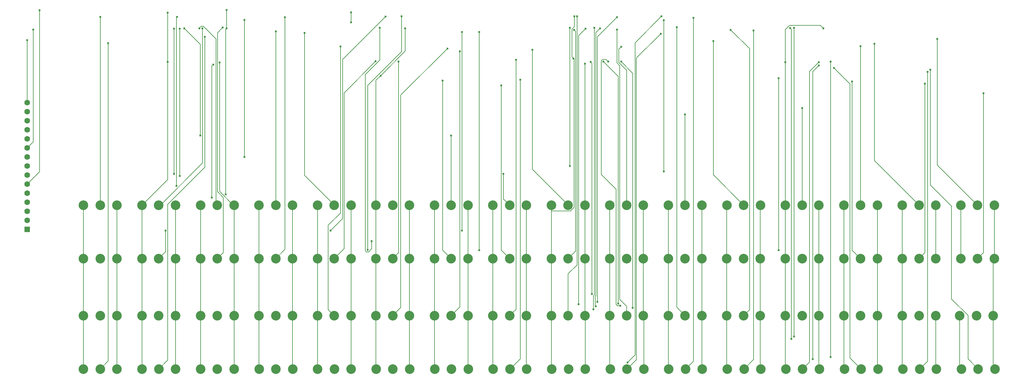
<source format=gbr>
%TF.GenerationSoftware,KiCad,Pcbnew,9.0.0*%
%TF.CreationDate,2025-03-18T21:00:28+01:00*%
%TF.ProjectId,to_ROMRAM_using_SWRegisters,746f5f52-4f4d-4524-914d-5f7573696e67,rev?*%
%TF.SameCoordinates,Original*%
%TF.FileFunction,Copper,L2,Bot*%
%TF.FilePolarity,Positive*%
%FSLAX46Y46*%
G04 Gerber Fmt 4.6, Leading zero omitted, Abs format (unit mm)*
G04 Created by KiCad (PCBNEW 9.0.0) date 2025-03-18 21:00:28*
%MOMM*%
%LPD*%
G01*
G04 APERTURE LIST*
%TA.AperFunction,ComponentPad*%
%ADD10C,2.700000*%
%TD*%
%TA.AperFunction,ComponentPad*%
%ADD11R,1.600000X1.600000*%
%TD*%
%TA.AperFunction,ComponentPad*%
%ADD12C,1.600000*%
%TD*%
%TA.AperFunction,ViaPad*%
%ADD13C,0.600000*%
%TD*%
%TA.AperFunction,Conductor*%
%ADD14C,0.200000*%
%TD*%
G04 APERTURE END LIST*
D10*
%TO.P,v_dg0_a40,1,A*%
%TO.N,Net-(J1-Pin_1)*%
X165696900Y-147500000D03*
%TO.P,v_dg0_a40,2,B*%
%TO.N,Net-(U5-IN2)*%
X170396900Y-147500000D03*
%TO.P,v_dg0_a40,3,C*%
%TO.N,Net-(J1-Pin_2)*%
X175096900Y-147500000D03*
%TD*%
%TO.P,v_dg0_a29,1,A*%
%TO.N,Net-(J1-Pin_1)*%
X247632400Y-131500000D03*
%TO.P,v_dg0_a29,2,B*%
%TO.N,Net-(U4-IN12)*%
X252332400Y-131500000D03*
%TO.P,v_dg0_a29,3,C*%
%TO.N,Net-(J1-Pin_2)*%
X257032400Y-131500000D03*
%TD*%
%TO.P,v_dg0_a11,1,A*%
%TO.N,Net-(J1-Pin_1)*%
X214863100Y-116500000D03*
%TO.P,v_dg0_a11,2,B*%
%TO.N,Net-(U3-IN15)*%
X219563100Y-116500000D03*
%TO.P,v_dg0_a11,3,C*%
%TO.N,Net-(J1-Pin_2)*%
X224263100Y-116500000D03*
%TD*%
%TO.P,v_dg0_a7,1,A*%
%TO.N,Net-(J1-Pin_1)*%
X149312900Y-116500000D03*
%TO.P,v_dg0_a7,2,B*%
%TO.N,Net-(U3-IN8)*%
X154012900Y-116500000D03*
%TO.P,v_dg0_a7,3,C*%
%TO.N,Net-(J1-Pin_2)*%
X158712900Y-116500000D03*
%TD*%
%TO.P,v_dg0_a21,1,A*%
%TO.N,Net-(J1-Pin_1)*%
X116535600Y-131500000D03*
%TO.P,v_dg0_a21,2,B*%
%TO.N,Net-(U4-IN11)*%
X121235600Y-131500000D03*
%TO.P,v_dg0_a21,3,C*%
%TO.N,Net-(J1-Pin_2)*%
X125935600Y-131500000D03*
%TD*%
%TO.P,v_dg0_a8,1,A*%
%TO.N,Net-(J1-Pin_1)*%
X165700400Y-116500000D03*
%TO.P,v_dg0_a8,2,B*%
%TO.N,Net-(U3-IN9)*%
X170400400Y-116500000D03*
%TO.P,v_dg0_a8,3,C*%
%TO.N,Net-(J1-Pin_2)*%
X175100400Y-116500000D03*
%TD*%
%TO.P,v_dg0_a10,1,A*%
%TO.N,Net-(J1-Pin_1)*%
X198475600Y-116500000D03*
%TO.P,v_dg0_a10,2,B*%
%TO.N,Net-(U3-IN13)*%
X203175600Y-116500000D03*
%TO.P,v_dg0_a10,3,C*%
%TO.N,Net-(J1-Pin_2)*%
X207875600Y-116500000D03*
%TD*%
%TO.P,v_dg0_a48,1,A*%
%TO.N,Net-(J1-Pin_1)*%
X34600000Y-162500000D03*
%TO.P,v_dg0_a48,2,B*%
%TO.N,Net-(U6-IN1)*%
X39300000Y-162500000D03*
%TO.P,v_dg0_a48,3,C*%
%TO.N,Net-(J1-Pin_2)*%
X44000000Y-162500000D03*
%TD*%
%TO.P,v_dg0_a61,1,A*%
%TO.N,Net-(J1-Pin_1)*%
X247800000Y-162500000D03*
%TO.P,v_dg0_a61,2,B*%
%TO.N,Net-(U6-IN12)*%
X252500000Y-162500000D03*
%TO.P,v_dg0_a61,3,C*%
%TO.N,Net-(J1-Pin_2)*%
X257200000Y-162500000D03*
%TD*%
%TO.P,v_dg0_a39,1,A*%
%TO.N,Net-(J1-Pin_1)*%
X149309800Y-147500000D03*
%TO.P,v_dg0_a39,2,B*%
%TO.N,Net-(U5-IN15)*%
X154009800Y-147500000D03*
%TO.P,v_dg0_a39,3,C*%
%TO.N,Net-(J1-Pin_2)*%
X158709800Y-147500000D03*
%TD*%
%TO.P,v_dg0_a14,1,A*%
%TO.N,Net-(J1-Pin_1)*%
X264025800Y-116500000D03*
%TO.P,v_dg0_a14,2,B*%
%TO.N,Net-(U3-IN14)*%
X268725800Y-116500000D03*
%TO.P,v_dg0_a14,3,C*%
%TO.N,Net-(J1-Pin_2)*%
X273425800Y-116500000D03*
%TD*%
%TO.P,v_dg0_a20,1,A*%
%TO.N,Net-(J1-Pin_1)*%
X100148400Y-131500000D03*
%TO.P,v_dg0_a20,2,B*%
%TO.N,Net-(U4-IN9)*%
X104848400Y-131500000D03*
%TO.P,v_dg0_a20,3,C*%
%TO.N,Net-(J1-Pin_2)*%
X109548400Y-131500000D03*
%TD*%
%TO.P,v_dg0_a46,1,A*%
%TO.N,Net-(J1-Pin_1)*%
X264019600Y-147500000D03*
%TO.P,v_dg0_a46,2,B*%
%TO.N,Net-(U5-IN14)*%
X268719600Y-147500000D03*
%TO.P,v_dg0_a46,3,C*%
%TO.N,Net-(J1-Pin_2)*%
X273419600Y-147500000D03*
%TD*%
%TO.P,v_dg0_a42,1,A*%
%TO.N,Net-(J1-Pin_1)*%
X198471100Y-147500000D03*
%TO.P,v_dg0_a42,2,B*%
%TO.N,Net-(U5-IN6)*%
X203171100Y-147500000D03*
%TO.P,v_dg0_a42,3,C*%
%TO.N,Net-(J1-Pin_2)*%
X207871100Y-147500000D03*
%TD*%
%TO.P,v_dg0_a27,1,A*%
%TO.N,Net-(J1-Pin_1)*%
X214858200Y-131500000D03*
%TO.P,v_dg0_a27,2,B*%
%TO.N,Net-(U4-IN8)*%
X219558200Y-131500000D03*
%TO.P,v_dg0_a27,3,C*%
%TO.N,Net-(J1-Pin_2)*%
X224258200Y-131500000D03*
%TD*%
%TO.P,v_dg0_a26,1,A*%
%TO.N,Net-(J1-Pin_1)*%
X198471100Y-131500000D03*
%TO.P,v_dg0_a26,2,B*%
%TO.N,Net-(U4-IN6)*%
X203171100Y-131500000D03*
%TO.P,v_dg0_a26,3,C*%
%TO.N,Net-(J1-Pin_2)*%
X207871100Y-131500000D03*
%TD*%
%TO.P,v_dg0_a41,1,A*%
%TO.N,Net-(J1-Pin_1)*%
X182084000Y-147500000D03*
%TO.P,v_dg0_a41,2,B*%
%TO.N,Net-(U5-IN4)*%
X186784000Y-147500000D03*
%TO.P,v_dg0_a41,3,C*%
%TO.N,Net-(J1-Pin_2)*%
X191484000Y-147500000D03*
%TD*%
%TO.P,v_dg0_a13,1,A*%
%TO.N,Net-(J1-Pin_1)*%
X247638200Y-116500000D03*
%TO.P,v_dg0_a13,2,B*%
%TO.N,Net-(U3-IN12)*%
X252338200Y-116500000D03*
%TO.P,v_dg0_a13,3,C*%
%TO.N,Net-(J1-Pin_2)*%
X257038200Y-116500000D03*
%TD*%
%TO.P,v_dg0_a25,1,A*%
%TO.N,Net-(J1-Pin_1)*%
X182084000Y-131500000D03*
%TO.P,v_dg0_a25,2,B*%
%TO.N,Net-(U4-IN4)*%
X186784000Y-131500000D03*
%TO.P,v_dg0_a25,3,C*%
%TO.N,Net-(J1-Pin_2)*%
X191484000Y-131500000D03*
%TD*%
%TO.P,v_dg0_a36,1,A*%
%TO.N,Net-(J1-Pin_1)*%
X100148400Y-147500000D03*
%TO.P,v_dg0_a36,2,B*%
%TO.N,Net-(U5-IN9)*%
X104848400Y-147500000D03*
%TO.P,v_dg0_a36,3,C*%
%TO.N,Net-(J1-Pin_2)*%
X109548400Y-147500000D03*
%TD*%
%TO.P,v_dg0_a28,1,A*%
%TO.N,Net-(J1-Pin_1)*%
X231245300Y-131500000D03*
%TO.P,v_dg0_a28,2,B*%
%TO.N,Net-(U4-IN10)*%
X235945300Y-131500000D03*
%TO.P,v_dg0_a28,3,C*%
%TO.N,Net-(J1-Pin_2)*%
X240645300Y-131500000D03*
%TD*%
%TO.P,v_dg0_a60,1,A*%
%TO.N,Net-(J1-Pin_1)*%
X231400000Y-162500000D03*
%TO.P,v_dg0_a60,2,B*%
%TO.N,Net-(U6-IN10)*%
X236100000Y-162500000D03*
%TO.P,v_dg0_a60,3,C*%
%TO.N,Net-(J1-Pin_2)*%
X240800000Y-162500000D03*
%TD*%
%TO.P,v_dg0_a24,1,A*%
%TO.N,Net-(J1-Pin_1)*%
X165696900Y-131500000D03*
%TO.P,v_dg0_a24,2,B*%
%TO.N,Net-(U4-IN2)*%
X170396900Y-131500000D03*
%TO.P,v_dg0_a24,3,C*%
%TO.N,Net-(J1-Pin_2)*%
X175096900Y-131500000D03*
%TD*%
%TO.P,v_dg0_a31,1,A*%
%TO.N,Net-(J1-Pin_1)*%
X280406700Y-131500000D03*
%TO.P,v_dg0_a31,2,B*%
%TO.N,Net-(U4-IN16)*%
X285106700Y-131500000D03*
%TO.P,v_dg0_a31,3,C*%
%TO.N,Net-(J1-Pin_2)*%
X289806700Y-131500000D03*
%TD*%
%TO.P,v_dg0_a58,1,A*%
%TO.N,Net-(J1-Pin_1)*%
X198600000Y-162500000D03*
%TO.P,v_dg0_a58,2,B*%
%TO.N,Net-(U6-IN6)*%
X203300000Y-162500000D03*
%TO.P,v_dg0_a58,3,C*%
%TO.N,Net-(J1-Pin_2)*%
X208000000Y-162500000D03*
%TD*%
D11*
%TO.P,J1,1,Pin_1*%
%TO.N,Net-(J1-Pin_1)*%
X18831000Y-123286000D03*
D12*
%TO.P,J1,2,Pin_2*%
%TO.N,Net-(J1-Pin_2)*%
X18831000Y-120746000D03*
%TO.P,J1,3,Pin_3*%
%TO.N,Net-(J1-Pin_3)*%
X18831000Y-118206000D03*
%TO.P,J1,4,Pin_4*%
%TO.N,Net-(J1-Pin_4)*%
X18831000Y-115666000D03*
%TO.P,J1,5,Pin_5*%
%TO.N,Net-(J1-Pin_5)*%
X18831000Y-113126000D03*
%TO.P,J1,6,Pin_6*%
%TO.N,Net-(J1-Pin_6)*%
X18831000Y-110586000D03*
%TO.P,J1,7,Pin_7*%
%TO.N,Net-(J1-Pin_7)*%
X18831000Y-108046000D03*
%TO.P,J1,8,Pin_8*%
%TO.N,Net-(J1-Pin_8)*%
X18831000Y-105506000D03*
%TO.P,J1,9,Pin_9*%
%TO.N,Net-(J1-Pin_9)*%
X18831000Y-102966000D03*
%TO.P,J1,10,Pin_10*%
%TO.N,Net-(J1-Pin_10)*%
X18831000Y-100426000D03*
%TO.P,J1,11,Pin_11*%
%TO.N,unconnected-(J1-Pin_11-Pad11)*%
X18831000Y-97886000D03*
%TO.P,J1,12,Pin_12*%
%TO.N,unconnected-(J1-Pin_12-Pad12)*%
X18831000Y-95346000D03*
%TO.P,J1,13,Pin_13*%
%TO.N,unconnected-(J1-Pin_13-Pad13)*%
X18831000Y-92806000D03*
%TO.P,J1,14,Pin_14*%
%TO.N,unconnected-(J1-Pin_14-Pad14)*%
X18831000Y-90266000D03*
%TO.P,J1,15,Pin_15*%
%TO.N,Net-(J1-Pin_15)*%
X18831000Y-87726000D03*
%TD*%
D10*
%TO.P,v_dg0_a62,1,A*%
%TO.N,Net-(J1-Pin_1)*%
X264200000Y-162500000D03*
%TO.P,v_dg0_a62,2,B*%
%TO.N,Net-(U6-IN14)*%
X268900000Y-162500000D03*
%TO.P,v_dg0_a62,3,C*%
%TO.N,Net-(J1-Pin_2)*%
X273600000Y-162500000D03*
%TD*%
%TO.P,v_dg0_a22,1,A*%
%TO.N,Net-(J1-Pin_1)*%
X132922700Y-131500000D03*
%TO.P,v_dg0_a22,2,B*%
%TO.N,Net-(U4-IN13)*%
X137622700Y-131500000D03*
%TO.P,v_dg0_a22,3,C*%
%TO.N,Net-(J1-Pin_2)*%
X142322700Y-131500000D03*
%TD*%
%TO.P,v_dg0_a34,1,A*%
%TO.N,Net-(J1-Pin_1)*%
X67374200Y-147500000D03*
%TO.P,v_dg0_a34,2,B*%
%TO.N,Net-(U5-IN5)*%
X72074200Y-147500000D03*
%TO.P,v_dg0_a34,3,C*%
%TO.N,Net-(J1-Pin_2)*%
X76774200Y-147500000D03*
%TD*%
%TO.P,v_dg0_a57,1,A*%
%TO.N,Net-(J1-Pin_1)*%
X182200000Y-162500000D03*
%TO.P,v_dg0_a57,2,B*%
%TO.N,Net-(U6-IN4)*%
X186900000Y-162500000D03*
%TO.P,v_dg0_a57,3,C*%
%TO.N,Net-(J1-Pin_2)*%
X191600000Y-162500000D03*
%TD*%
%TO.P,v_dg0_a16,1,A*%
%TO.N,Net-(J1-Pin_1)*%
X34600000Y-131500000D03*
%TO.P,v_dg0_a16,2,B*%
%TO.N,Net-(U4-IN1)*%
X39300000Y-131500000D03*
%TO.P,v_dg0_a16,3,C*%
%TO.N,Net-(J1-Pin_2)*%
X44000000Y-131500000D03*
%TD*%
%TO.P,v_dg0_a50,1,A*%
%TO.N,Net-(J1-Pin_1)*%
X67400000Y-162500000D03*
%TO.P,v_dg0_a50,2,B*%
%TO.N,Net-(U6-IN5)*%
X72100000Y-162500000D03*
%TO.P,v_dg0_a50,3,C*%
%TO.N,Net-(J1-Pin_2)*%
X76800000Y-162500000D03*
%TD*%
%TO.P,v_dg0_a15,1,A*%
%TO.N,Net-(J1-Pin_1)*%
X280413300Y-116500000D03*
%TO.P,v_dg0_a15,2,B*%
%TO.N,Net-(U3-IN16)*%
X285113300Y-116500000D03*
%TO.P,v_dg0_a15,3,C*%
%TO.N,Net-(J1-Pin_2)*%
X289813300Y-116500000D03*
%TD*%
%TO.P,v_dg0_a19,1,A*%
%TO.N,Net-(J1-Pin_1)*%
X83761300Y-131500000D03*
%TO.P,v_dg0_a19,2,B*%
%TO.N,Net-(U4-IN7)*%
X88461300Y-131500000D03*
%TO.P,v_dg0_a19,3,C*%
%TO.N,Net-(J1-Pin_2)*%
X93161300Y-131500000D03*
%TD*%
%TO.P,v_dg0_a33,1,A*%
%TO.N,Net-(J1-Pin_1)*%
X50987100Y-147500000D03*
%TO.P,v_dg0_a33,2,B*%
%TO.N,Net-(U5-IN3)*%
X55687100Y-147500000D03*
%TO.P,v_dg0_a33,3,C*%
%TO.N,Net-(J1-Pin_2)*%
X60387100Y-147500000D03*
%TD*%
%TO.P,v_dg0_a55,1,A*%
%TO.N,Net-(J1-Pin_1)*%
X149400000Y-162500000D03*
%TO.P,v_dg0_a55,2,B*%
%TO.N,Net-(U6-IN15)*%
X154100000Y-162500000D03*
%TO.P,v_dg0_a55,3,C*%
%TO.N,Net-(J1-Pin_2)*%
X158800000Y-162500000D03*
%TD*%
%TO.P,v_dg0_a53,1,A*%
%TO.N,Net-(J1-Pin_1)*%
X116600000Y-162500000D03*
%TO.P,v_dg0_a53,2,B*%
%TO.N,Net-(U6-IN11)*%
X121300000Y-162500000D03*
%TO.P,v_dg0_a53,3,C*%
%TO.N,Net-(J1-Pin_2)*%
X126000000Y-162500000D03*
%TD*%
%TO.P,v_dg0_a1,1,A*%
%TO.N,Net-(J1-Pin_1)*%
X50987600Y-116500000D03*
%TO.P,v_dg0_a1,2,B*%
%TO.N,Net-(U3-IN2)*%
X55687600Y-116500000D03*
%TO.P,v_dg0_a1,3,C*%
%TO.N,Net-(J1-Pin_2)*%
X60387600Y-116500000D03*
%TD*%
%TO.P,v_dg0_a6,1,A*%
%TO.N,Net-(J1-Pin_1)*%
X132925300Y-116500000D03*
%TO.P,v_dg0_a6,2,B*%
%TO.N,Net-(U3-IN6)*%
X137625300Y-116500000D03*
%TO.P,v_dg0_a6,3,C*%
%TO.N,Net-(J1-Pin_2)*%
X142325300Y-116500000D03*
%TD*%
%TO.P,v_dg0_a59,1,A*%
%TO.N,Net-(J1-Pin_1)*%
X215000000Y-162500000D03*
%TO.P,v_dg0_a59,2,B*%
%TO.N,Net-(U6-IN8)*%
X219700000Y-162500000D03*
%TO.P,v_dg0_a59,3,C*%
%TO.N,Net-(J1-Pin_2)*%
X224400000Y-162500000D03*
%TD*%
%TO.P,v_dg0_a3,1,A*%
%TO.N,Net-(J1-Pin_1)*%
X83762700Y-116500000D03*
%TO.P,v_dg0_a3,2,B*%
%TO.N,Net-(U3-IN4)*%
X88462700Y-116500000D03*
%TO.P,v_dg0_a3,3,C*%
%TO.N,Net-(J1-Pin_2)*%
X93162700Y-116500000D03*
%TD*%
%TO.P,v_dg0_a37,1,A*%
%TO.N,Net-(J1-Pin_1)*%
X116535600Y-147500000D03*
%TO.P,v_dg0_a37,2,B*%
%TO.N,Net-(U5-IN11)*%
X121235600Y-147500000D03*
%TO.P,v_dg0_a37,3,C*%
%TO.N,Net-(J1-Pin_2)*%
X125935600Y-147500000D03*
%TD*%
%TO.P,v_dg0_a12,1,A*%
%TO.N,Net-(J1-Pin_1)*%
X231250700Y-116500000D03*
%TO.P,v_dg0_a12,2,B*%
%TO.N,Net-(U3-IN10)*%
X235950700Y-116500000D03*
%TO.P,v_dg0_a12,3,C*%
%TO.N,Net-(J1-Pin_2)*%
X240650700Y-116500000D03*
%TD*%
%TO.P,v_dg0_a18,1,A*%
%TO.N,Net-(J1-Pin_1)*%
X67374200Y-131500000D03*
%TO.P,v_dg0_a18,2,B*%
%TO.N,Net-(U4-IN5)*%
X72074200Y-131500000D03*
%TO.P,v_dg0_a18,3,C*%
%TO.N,Net-(J1-Pin_2)*%
X76774200Y-131500000D03*
%TD*%
%TO.P,v_dg0_a0,1,A*%
%TO.N,Net-(J1-Pin_1)*%
X34600000Y-116500000D03*
%TO.P,v_dg0_a0,2,B*%
%TO.N,Net-(U3-IN1)*%
X39300000Y-116500000D03*
%TO.P,v_dg0_a0,3,C*%
%TO.N,Net-(J1-Pin_2)*%
X44000000Y-116500000D03*
%TD*%
%TO.P,v_dg0_a35,1,A*%
%TO.N,Net-(J1-Pin_1)*%
X83761300Y-147500000D03*
%TO.P,v_dg0_a35,2,B*%
%TO.N,Net-(U5-IN7)*%
X88461300Y-147500000D03*
%TO.P,v_dg0_a35,3,C*%
%TO.N,Net-(J1-Pin_2)*%
X93161300Y-147500000D03*
%TD*%
%TO.P,v_dg0_a2,1,A*%
%TO.N,Net-(J1-Pin_1)*%
X67375100Y-116500000D03*
%TO.P,v_dg0_a2,2,B*%
%TO.N,Net-(U3-IN3)*%
X72075100Y-116500000D03*
%TO.P,v_dg0_a2,3,C*%
%TO.N,Net-(J1-Pin_2)*%
X76775100Y-116500000D03*
%TD*%
%TO.P,v_dg0_a30,1,A*%
%TO.N,Net-(J1-Pin_1)*%
X264019600Y-131500000D03*
%TO.P,v_dg0_a30,2,B*%
%TO.N,Net-(U4-IN14)*%
X268719600Y-131500000D03*
%TO.P,v_dg0_a30,3,C*%
%TO.N,Net-(J1-Pin_2)*%
X273419600Y-131500000D03*
%TD*%
%TO.P,v_dg0_a32,1,A*%
%TO.N,Net-(J1-Pin_1)*%
X34600000Y-147500000D03*
%TO.P,v_dg0_a32,2,B*%
%TO.N,Net-(U5-IN1)*%
X39300000Y-147500000D03*
%TO.P,v_dg0_a32,3,C*%
%TO.N,Net-(J1-Pin_2)*%
X44000000Y-147500000D03*
%TD*%
%TO.P,v_dg0_a9,1,A*%
%TO.N,Net-(J1-Pin_1)*%
X182088000Y-116500000D03*
%TO.P,v_dg0_a9,2,B*%
%TO.N,Net-(U3-IN11)*%
X186788000Y-116500000D03*
%TO.P,v_dg0_a9,3,C*%
%TO.N,Net-(J1-Pin_2)*%
X191488000Y-116500000D03*
%TD*%
%TO.P,v_dg0_a45,1,A*%
%TO.N,Net-(J1-Pin_1)*%
X247632400Y-147500000D03*
%TO.P,v_dg0_a45,2,B*%
%TO.N,Net-(U5-IN12)*%
X252332400Y-147500000D03*
%TO.P,v_dg0_a45,3,C*%
%TO.N,Net-(J1-Pin_2)*%
X257032400Y-147500000D03*
%TD*%
%TO.P,v_dg0_a52,1,A*%
%TO.N,Net-(J1-Pin_1)*%
X100200000Y-162500000D03*
%TO.P,v_dg0_a52,2,B*%
%TO.N,Net-(U6-IN9)*%
X104900000Y-162500000D03*
%TO.P,v_dg0_a52,3,C*%
%TO.N,Net-(J1-Pin_2)*%
X109600000Y-162500000D03*
%TD*%
%TO.P,v_dg0_a47,1,A*%
%TO.N,Net-(J1-Pin_1)*%
X280100000Y-147500000D03*
%TO.P,v_dg0_a47,2,B*%
%TO.N,Net-(U5-IN16)*%
X284800000Y-147500000D03*
%TO.P,v_dg0_a47,3,C*%
%TO.N,Net-(J1-Pin_2)*%
X289500000Y-147500000D03*
%TD*%
%TO.P,v_dg0_a4,1,A*%
%TO.N,Net-(J1-Pin_1)*%
X100150200Y-116500000D03*
%TO.P,v_dg0_a4,2,B*%
%TO.N,Net-(U3-IN5)*%
X104850200Y-116500000D03*
%TO.P,v_dg0_a4,3,C*%
%TO.N,Net-(J1-Pin_2)*%
X109550200Y-116500000D03*
%TD*%
%TO.P,v_dg0_a38,1,A*%
%TO.N,Net-(J1-Pin_1)*%
X132922700Y-147500000D03*
%TO.P,v_dg0_a38,2,B*%
%TO.N,Net-(U5-IN13)*%
X137622700Y-147500000D03*
%TO.P,v_dg0_a38,3,C*%
%TO.N,Net-(J1-Pin_2)*%
X142322700Y-147500000D03*
%TD*%
%TO.P,v_dg0_a51,1,A*%
%TO.N,Net-(J1-Pin_1)*%
X83800000Y-162500000D03*
%TO.P,v_dg0_a51,2,B*%
%TO.N,Net-(U6-IN7)*%
X88500000Y-162500000D03*
%TO.P,v_dg0_a51,3,C*%
%TO.N,Net-(J1-Pin_2)*%
X93200000Y-162500000D03*
%TD*%
%TO.P,v_dg0_a43,1,A*%
%TO.N,Net-(J1-Pin_1)*%
X214858200Y-147500000D03*
%TO.P,v_dg0_a43,2,B*%
%TO.N,Net-(U5-IN8)*%
X219558200Y-147500000D03*
%TO.P,v_dg0_a43,3,C*%
%TO.N,Net-(J1-Pin_2)*%
X224258200Y-147500000D03*
%TD*%
%TO.P,v_dg0_a44,1,A*%
%TO.N,Net-(J1-Pin_1)*%
X231245300Y-147500000D03*
%TO.P,v_dg0_a44,2,B*%
%TO.N,Net-(U5-IN10)*%
X235945300Y-147500000D03*
%TO.P,v_dg0_a44,3,C*%
%TO.N,Net-(J1-Pin_2)*%
X240645300Y-147500000D03*
%TD*%
%TO.P,v_dg0_a5,1,A*%
%TO.N,Net-(J1-Pin_1)*%
X116537800Y-116500000D03*
%TO.P,v_dg0_a5,2,B*%
%TO.N,Net-(U3-IN7)*%
X121237800Y-116500000D03*
%TO.P,v_dg0_a5,3,C*%
%TO.N,Net-(J1-Pin_2)*%
X125937800Y-116500000D03*
%TD*%
%TO.P,v_dg0_a23,1,A*%
%TO.N,Net-(J1-Pin_1)*%
X149309800Y-131500000D03*
%TO.P,v_dg0_a23,2,B*%
%TO.N,Net-(U4-IN15)*%
X154009800Y-131500000D03*
%TO.P,v_dg0_a23,3,C*%
%TO.N,Net-(J1-Pin_2)*%
X158709800Y-131500000D03*
%TD*%
%TO.P,v_dg0_a49,1,A*%
%TO.N,Net-(J1-Pin_1)*%
X51000000Y-162500000D03*
%TO.P,v_dg0_a49,2,B*%
%TO.N,Net-(U6-IN3)*%
X55700000Y-162500000D03*
%TO.P,v_dg0_a49,3,C*%
%TO.N,Net-(J1-Pin_2)*%
X60400000Y-162500000D03*
%TD*%
%TO.P,v_dg0_a17,1,A*%
%TO.N,Net-(J1-Pin_1)*%
X50987100Y-131500000D03*
%TO.P,v_dg0_a17,2,B*%
%TO.N,Net-(U4-IN3)*%
X55687100Y-131500000D03*
%TO.P,v_dg0_a17,3,C*%
%TO.N,Net-(J1-Pin_2)*%
X60387100Y-131500000D03*
%TD*%
%TO.P,v_dg0_a56,1,A*%
%TO.N,Net-(J1-Pin_1)*%
X165800000Y-162500000D03*
%TO.P,v_dg0_a56,2,B*%
%TO.N,Net-(U6-IN2)*%
X170500000Y-162500000D03*
%TO.P,v_dg0_a56,3,C*%
%TO.N,Net-(J1-Pin_2)*%
X175200000Y-162500000D03*
%TD*%
%TO.P,v_dg0_a54,1,A*%
%TO.N,Net-(J1-Pin_1)*%
X133000000Y-162500000D03*
%TO.P,v_dg0_a54,2,B*%
%TO.N,Net-(U6-IN13)*%
X137700000Y-162500000D03*
%TO.P,v_dg0_a54,3,C*%
%TO.N,Net-(J1-Pin_2)*%
X142400000Y-162500000D03*
%TD*%
%TO.P,v_dg0_a63,1,A*%
%TO.N,Net-(J1-Pin_1)*%
X280600000Y-162500000D03*
%TO.P,v_dg0_a63,2,B*%
%TO.N,Net-(U6-IN16)*%
X285300000Y-162500000D03*
%TO.P,v_dg0_a63,3,C*%
%TO.N,Net-(J1-Pin_2)*%
X290000000Y-162500000D03*
%TD*%
D13*
%TO.N,Net-(U5-IN15)*%
X155769000Y-75725800D03*
%TO.N,Net-(U5-IN16)*%
X177073000Y-141474000D03*
X176687000Y-76354000D03*
%TO.N,Net-(U6-IN1)*%
X41544900Y-71045600D03*
%TO.N,Net-(U6-IN4)*%
X196376000Y-68412900D03*
%TO.N,Net-(U6-IN9)*%
X243942000Y-76239700D03*
X243978000Y-159112000D03*
%TO.N,Net-(U6-IN3)*%
X68613400Y-69286900D03*
%TO.N,Net-(U6-IN8)*%
X222388000Y-67555100D03*
%TO.N,Net-(U6-IN11)*%
X240671000Y-77348200D03*
X238966000Y-159714000D03*
%TO.N,Net-(U6-IN14)*%
X271087000Y-79156200D03*
%TO.N,Net-(U6-IN15)*%
X156985000Y-81331800D03*
%TO.N,Net-(U6-IN10)*%
X240675000Y-76444200D03*
%TO.N,Net-(U6-IN7)*%
X232587000Y-66824600D03*
X232934000Y-154033000D03*
%TO.N,Net-(U6-IN16)*%
X271911000Y-78528700D03*
%TO.N,Net-(U6-IN6)*%
X205521000Y-63975300D03*
%TO.N,Net-(U6-IN2)*%
X187034000Y-160634000D03*
X196518000Y-63578700D03*
%TO.N,Net-(U6-IN5)*%
X233714000Y-66751700D03*
X233714000Y-153344000D03*
%TO.N,Net-(U6-IN12)*%
X244911000Y-78050600D03*
%TO.N,Net-(U5-IN13)*%
X140048000Y-73387600D03*
%TO.N,Net-(U5-IN11)*%
X136590000Y-72584200D03*
%TO.N,Net-(U5-IN6)*%
X200826000Y-66596800D03*
%TO.N,Net-(U5-IN5)*%
X178125000Y-144902000D03*
X179330000Y-66967300D03*
%TO.N,Net-(U5-IN1)*%
X184081000Y-63760300D03*
X178576000Y-143660000D03*
%TO.N,Net-(U5-IN10)*%
X185262000Y-76239700D03*
X188524000Y-145362000D03*
%TO.N,Net-(U5-IN4)*%
X184070000Y-67228900D03*
%TO.N,Net-(U5-IN9)*%
X106621000Y-72041500D03*
%TO.N,Net-(U5-IN14)*%
X180297000Y-76241300D03*
X184440000Y-144157000D03*
%TO.N,Net-(U5-IN7)*%
X177512000Y-145737000D03*
X177773000Y-66751700D03*
%TO.N,Net-(U5-IN2)*%
X172930000Y-63559400D03*
%TO.N,Net-(U5-IN8)*%
X215948000Y-67321900D03*
%TO.N,Net-(U5-IN3)*%
X175248000Y-67041400D03*
X173322000Y-144300000D03*
%TO.N,Net-(U5-IN12)*%
X181610000Y-76239700D03*
X184991000Y-144767000D03*
%TO.N,Net-(U4-IN15)*%
X151663000Y-82915600D03*
%TO.N,Net-(U4-IN8)*%
X140673000Y-67965400D03*
X140673000Y-123669000D03*
%TO.N,Net-(U4-IN4)*%
X145515000Y-67965400D03*
X145515000Y-129135000D03*
%TO.N,Net-(U4-IN9)*%
X116474000Y-76149300D03*
%TO.N,Net-(U4-IN12)*%
X249971000Y-81797400D03*
%TO.N,Net-(U4-IN13)*%
X135275000Y-81565400D03*
%TO.N,Net-(U4-IN6)*%
X115378000Y-126636000D03*
X117656000Y-66751700D03*
%TO.N,Net-(U4-IN11)*%
X122894000Y-76239700D03*
%TO.N,Net-(U4-IN5)*%
X73620000Y-66669000D03*
%TO.N,Net-(U4-IN2)*%
X172073000Y-67363700D03*
%TO.N,Net-(U4-IN7)*%
X91074100Y-63803500D03*
%TO.N,Net-(U4-IN16)*%
X286800000Y-85091200D03*
%TO.N,Net-(U4-IN10)*%
X229384000Y-80861900D03*
X229384000Y-129135000D03*
%TO.N,Net-(U4-IN14)*%
X270386000Y-82426600D03*
%TO.N,Net-(U4-IN3)*%
X119210000Y-63643400D03*
X103789000Y-123669000D03*
X57595700Y-123669000D03*
%TO.N,Net-(U4-IN1)*%
X114220000Y-129034000D03*
X123736000Y-63555600D03*
%TO.N,Net-(U3-IN15)*%
X211094000Y-70512200D03*
%TO.N,Net-(U3-IN5)*%
X96513700Y-68213500D03*
%TO.N,Net-(U3-IN12)*%
X252338000Y-71906800D03*
%TO.N,Net-(U3-IN11)*%
X185247000Y-72126400D03*
%TO.N,Net-(U3-IN2)*%
X67905000Y-66965100D03*
%TO.N,Net-(U3-IN3)*%
X67068100Y-66966300D03*
%TO.N,Net-(U3-IN13)*%
X203176000Y-91026200D03*
%TO.N,Net-(U3-IN4)*%
X88462700Y-67781000D03*
%TO.N,Net-(U3-IN14)*%
X256259000Y-71241300D03*
%TO.N,Net-(U3-IN7)*%
X61555000Y-66988400D03*
X61555000Y-108300000D03*
%TO.N,Net-(U3-IN10)*%
X235951000Y-89310600D03*
%TO.N,Net-(U3-IN16)*%
X273860000Y-69898300D03*
%TO.N,Net-(U3-IN1)*%
X39300000Y-63695600D03*
%TO.N,Net-(U3-IN6)*%
X62825000Y-66958900D03*
X137625000Y-96961200D03*
X67295800Y-96961200D03*
%TO.N,Net-(U3-IN8)*%
X152284000Y-107698000D03*
X59973000Y-66979200D03*
X59973000Y-107698000D03*
%TO.N,Net-(U3-IN9)*%
X160392000Y-72910300D03*
%TO.N,Net-(J1-Pin_15)*%
X18831000Y-70253700D03*
%TO.N,Net-(J1-Pin_7)*%
X197224000Y-107045000D03*
X197224000Y-64630500D03*
%TO.N,Net-(J1-Pin_8)*%
X170882000Y-105506000D03*
X170882000Y-66751700D03*
%TO.N,Net-(J1-Pin_9)*%
X79693500Y-64530300D03*
X79693500Y-102966000D03*
%TO.N,Net-(J1-Pin_10)*%
X20488400Y-67287800D03*
%TO.N,Net-(J1-Pin_6)*%
X22294000Y-61880200D03*
%TO.N,Net-(J1-Pin_5)*%
X109612000Y-65216400D03*
X60833700Y-63700000D03*
X60663900Y-111104000D03*
X109612000Y-62398400D03*
%TO.N,Net-(J1-Pin_4)*%
X74451100Y-113519000D03*
X74660400Y-66917600D03*
X74660400Y-61796700D03*
%TO.N,Net-(J1-Pin_3)*%
X70997800Y-77083000D03*
X70535800Y-114385000D03*
%TO.N,Net-(J1-Pin_1)*%
X171855000Y-75422300D03*
X124775000Y-66956800D03*
X58166700Y-62494900D03*
X117846000Y-80180400D03*
X231245000Y-76449900D03*
X241945000Y-66953300D03*
X58166700Y-76345700D03*
X172123000Y-63498400D03*
%TO.N,Net-(J1-Pin_2)*%
X72740200Y-76452900D03*
X175102000Y-76846600D03*
%TD*%
D14*
%TO.N,Net-(U5-IN15)*%
X154010000Y-147500000D02*
X154889500Y-146620500D01*
X155769000Y-145741000D02*
X155769000Y-75725800D01*
X154889500Y-146620500D02*
X155769000Y-145741000D01*
X154889300Y-146620500D02*
X154009800Y-147500000D01*
X154889500Y-146620500D02*
X154889300Y-146620500D01*
%TO.N,Net-(U5-IN16)*%
X177073000Y-76739400D02*
X176687000Y-76354000D01*
X177073000Y-141474000D02*
X177073000Y-76739400D01*
%TO.N,Net-(U6-IN1)*%
X41544900Y-160255000D02*
X41544900Y-71045600D01*
X39300000Y-162500000D02*
X41544900Y-160255000D01*
%TO.N,Net-(U6-IN4)*%
X189536000Y-75253100D02*
X196376000Y-68412900D01*
X189536000Y-159864000D02*
X189536000Y-75253100D01*
X186900000Y-162500000D02*
X189536000Y-159864000D01*
%TO.N,Net-(U6-IN9)*%
X243978000Y-76275600D02*
X243978000Y-159112000D01*
X243942000Y-76239700D02*
X243978000Y-76275600D01*
%TO.N,Net-(U6-IN3)*%
X68613400Y-105906000D02*
X68613400Y-69286900D01*
X58197400Y-116322000D02*
X68613400Y-105906000D01*
X58197400Y-160003000D02*
X58197400Y-116322000D01*
X55700000Y-162500000D02*
X58197400Y-160003000D01*
%TO.N,Net-(U6-IN8)*%
X222388000Y-159812000D02*
X222388000Y-67555100D01*
X219700000Y-162500000D02*
X222388000Y-159812000D01*
%TO.N,Net-(U6-IN11)*%
X238966000Y-79053500D02*
X238966000Y-159714000D01*
X240671000Y-77348200D02*
X238966000Y-79053500D01*
%TO.N,Net-(U6-IN14)*%
X271087000Y-160313000D02*
X271087000Y-79156200D01*
X268900000Y-162500000D02*
X271087000Y-160313000D01*
%TO.N,Net-(U6-IN15)*%
X156985000Y-159615000D02*
X156985000Y-81331800D01*
X154100000Y-162500000D02*
X156985000Y-159615000D01*
%TO.N,Net-(U6-IN10)*%
X238049000Y-160551000D02*
X236100000Y-162500000D01*
X238049000Y-79070000D02*
X238049000Y-160551000D01*
X240675000Y-76444200D02*
X238049000Y-79070000D01*
%TO.N,Net-(U6-IN7)*%
X232934000Y-67171300D02*
X232934000Y-154033000D01*
X232587000Y-66824600D02*
X232934000Y-67171300D01*
%TO.N,Net-(U6-IN16)*%
X271911000Y-110856000D02*
X271911000Y-78528700D01*
X277811000Y-116756000D02*
X271911000Y-110856000D01*
X277811000Y-142844000D02*
X277811000Y-116756000D01*
X282450000Y-147484000D02*
X277811000Y-142844000D01*
X282450000Y-159650000D02*
X282450000Y-147484000D01*
X285300000Y-162500000D02*
X282450000Y-159650000D01*
%TO.N,Net-(U6-IN6)*%
X205521000Y-160279000D02*
X205521000Y-63975300D01*
X203300000Y-162500000D02*
X205521000Y-160279000D01*
%TO.N,Net-(U6-IN2)*%
X189134000Y-70962300D02*
X196518000Y-63578700D01*
X189134000Y-158533000D02*
X189134000Y-70962300D01*
X187034000Y-160634000D02*
X189134000Y-158533000D01*
%TO.N,Net-(U6-IN5)*%
X233714000Y-66751700D02*
X233714000Y-153344000D01*
%TO.N,Net-(U6-IN12)*%
X249355000Y-159355000D02*
X252500000Y-162500000D01*
X249355000Y-82494200D02*
X249355000Y-159355000D01*
X244911000Y-78050600D02*
X249355000Y-82494200D01*
%TO.N,Net-(U5-IN13)*%
X140048000Y-145075000D02*
X138835500Y-146287500D01*
X140048000Y-73387600D02*
X140048000Y-145075000D01*
X138835500Y-146287500D02*
X137623000Y-147500000D01*
X138835200Y-146287500D02*
X137622700Y-147500000D01*
X138835500Y-146287500D02*
X138835200Y-146287500D01*
%TO.N,Net-(U5-IN11)*%
X121236000Y-147500000D02*
X122366000Y-146370000D01*
X123496000Y-85678300D02*
X136590000Y-72584200D01*
X123496000Y-145240000D02*
X123496000Y-85678300D01*
X122366000Y-146370000D02*
X123496000Y-145240000D01*
X122365600Y-146370000D02*
X121235600Y-147500000D01*
X122366000Y-146370000D02*
X122365600Y-146370000D01*
%TO.N,Net-(U5-IN6)*%
X203171000Y-147500000D02*
X201998500Y-146327000D01*
X200826000Y-145154000D02*
X200826000Y-66596800D01*
X201998500Y-146327000D02*
X200826000Y-145154000D01*
X203171100Y-147499600D02*
X203171100Y-147500000D01*
X201998500Y-146327000D02*
X203171100Y-147499600D01*
%TO.N,Net-(U5-IN5)*%
X178174000Y-68123100D02*
X179330000Y-66967300D01*
X178174000Y-141889000D02*
X178174000Y-68123100D01*
X177953000Y-142111000D02*
X178174000Y-141889000D01*
X177953000Y-144730000D02*
X177953000Y-142111000D01*
X178125000Y-144902000D02*
X177953000Y-144730000D01*
%TO.N,Net-(U5-IN1)*%
X178576000Y-69264900D02*
X178576000Y-143660000D01*
X184081000Y-63760300D02*
X178576000Y-69264900D01*
%TO.N,Net-(U5-IN10)*%
X188524000Y-79501700D02*
X188524000Y-145362000D01*
X185262000Y-76239700D02*
X188524000Y-79501700D01*
%TO.N,Net-(U5-IN4)*%
X184070000Y-76597900D02*
X184070000Y-67228900D01*
X184862000Y-77390100D02*
X184070000Y-76597900D01*
X184862000Y-142950000D02*
X184862000Y-77390100D01*
X186784000Y-144871000D02*
X184862000Y-142950000D01*
X186784000Y-147500000D02*
X186784000Y-144871000D01*
%TO.N,Net-(U5-IN9)*%
X104848000Y-147500000D02*
X104017000Y-146669000D01*
X106621000Y-118731000D02*
X106621000Y-72041500D01*
X103186000Y-122166000D02*
X106621000Y-118731000D01*
X103186000Y-145838000D02*
X103186000Y-122166000D01*
X104017000Y-146669000D02*
X103186000Y-145838000D01*
X104017400Y-146669000D02*
X104848400Y-147500000D01*
X104017000Y-146669000D02*
X104017400Y-146669000D01*
%TO.N,Net-(U5-IN14)*%
X184440000Y-80383500D02*
X184440000Y-144157000D01*
X180297000Y-76241300D02*
X184440000Y-80383500D01*
%TO.N,Net-(U5-IN7)*%
X177773000Y-141723000D02*
X177773000Y-66751700D01*
X177512000Y-141984000D02*
X177773000Y-141723000D01*
X177512000Y-145737000D02*
X177512000Y-141984000D01*
%TO.N,Net-(U5-IN2)*%
X170397000Y-147500000D02*
X170397000Y-146100000D01*
X172876000Y-63613500D02*
X172930000Y-63559400D01*
X172876000Y-133318000D02*
X172876000Y-63613500D01*
X170397000Y-135797000D02*
X172876000Y-133318000D01*
X170397000Y-146100000D02*
X170397000Y-135797000D01*
X170396900Y-146100100D02*
X170396900Y-147500000D01*
X170397000Y-146100000D02*
X170396900Y-146100100D01*
%TO.N,Net-(U5-IN8)*%
X219558000Y-147500000D02*
X219558200Y-147499800D01*
X221239000Y-72613400D02*
X215948000Y-67321900D01*
X221239000Y-145819000D02*
X221239000Y-72613400D01*
X219558200Y-147499800D02*
X221239000Y-145819000D01*
X219558200Y-147499800D02*
X219558200Y-147500000D01*
%TO.N,Net-(U5-IN3)*%
X173322000Y-68967400D02*
X173322000Y-144300000D01*
X175248000Y-67041400D02*
X173322000Y-68967400D01*
%TO.N,Net-(U5-IN12)*%
X181009000Y-75639500D02*
X181610000Y-76239700D01*
X180047000Y-75639500D02*
X181009000Y-75639500D01*
X179688000Y-75998400D02*
X180047000Y-75639500D01*
X179688000Y-107887000D02*
X179688000Y-75998400D01*
X183838000Y-112037000D02*
X179688000Y-107887000D01*
X183838000Y-144409000D02*
X183838000Y-112037000D01*
X184195000Y-144767000D02*
X183838000Y-144409000D01*
X184991000Y-144767000D02*
X184195000Y-144767000D01*
%TO.N,Net-(U4-IN15)*%
X154010000Y-131500000D02*
X154009800Y-131499800D01*
X151663000Y-129153000D02*
X151663000Y-82915600D01*
X154009800Y-131499800D02*
X151663000Y-129153000D01*
X154009800Y-131499800D02*
X154009800Y-131500000D01*
%TO.N,Net-(U4-IN8)*%
X140673000Y-123669000D02*
X140673000Y-67965400D01*
%TO.N,Net-(U4-IN4)*%
X145515000Y-67965400D02*
X145515000Y-129135000D01*
%TO.N,Net-(U4-IN9)*%
X104848000Y-131500000D02*
X104848400Y-131499600D01*
X107600000Y-85023000D02*
X116474000Y-76149300D01*
X107600000Y-128748000D02*
X107600000Y-85023000D01*
X104848400Y-131499600D02*
X107600000Y-128748000D01*
X104848400Y-131499600D02*
X104848400Y-131500000D01*
%TO.N,Net-(U4-IN12)*%
X252332000Y-131500000D02*
X251151500Y-130319500D01*
X249971000Y-129139000D02*
X249971000Y-81797400D01*
X251151500Y-130319500D02*
X249971000Y-129139000D01*
X251151900Y-130319500D02*
X252332400Y-131500000D01*
X251151500Y-130319500D02*
X251151900Y-130319500D01*
%TO.N,Net-(U4-IN13)*%
X137623000Y-131500000D02*
X136449000Y-130326500D01*
X135275000Y-129153000D02*
X135275000Y-81565400D01*
X136449000Y-130326500D02*
X135275000Y-129153000D01*
X136449200Y-130326500D02*
X137622700Y-131500000D01*
X136449000Y-130326500D02*
X136449200Y-130326500D01*
%TO.N,Net-(U4-IN6)*%
X117656000Y-75818600D02*
X117656000Y-66751700D01*
X113592000Y-79882800D02*
X117656000Y-75818600D01*
X113592000Y-129313000D02*
X113592000Y-79882800D01*
X113927000Y-129649000D02*
X113592000Y-129313000D01*
X114474000Y-129649000D02*
X113927000Y-129649000D01*
X115378000Y-128745000D02*
X114474000Y-129649000D01*
X115378000Y-126636000D02*
X115378000Y-128745000D01*
%TO.N,Net-(U4-IN11)*%
X121236000Y-131500000D02*
X122065000Y-130671000D01*
X122894000Y-129842000D02*
X122894000Y-76239700D01*
X122065000Y-130671000D02*
X122894000Y-129842000D01*
X122064600Y-130671000D02*
X121235600Y-131500000D01*
X122065000Y-130671000D02*
X122064600Y-130671000D01*
%TO.N,Net-(U4-IN5)*%
X72125100Y-68163900D02*
X73620000Y-66669000D01*
X72125100Y-112770000D02*
X72125100Y-68163900D01*
X73778200Y-114423000D02*
X72125100Y-112770000D01*
X73778200Y-129796000D02*
X73778200Y-114423000D01*
X72074200Y-131500000D02*
X73778200Y-129796000D01*
%TO.N,Net-(U4-IN2)*%
X170397000Y-131500000D02*
X171435500Y-130461000D01*
X172474000Y-67765400D02*
X172073000Y-67363700D01*
X172474000Y-129422000D02*
X172474000Y-67765400D01*
X171435500Y-130461000D02*
X172474000Y-129422000D01*
X170396900Y-131499600D02*
X170396900Y-131500000D01*
X171435500Y-130461000D02*
X170396900Y-131499600D01*
%TO.N,Net-(U4-IN7)*%
X91074100Y-128887000D02*
X91074100Y-63803500D01*
X88461300Y-131500000D02*
X91074100Y-128887000D01*
%TO.N,Net-(U4-IN16)*%
X285107000Y-131500000D02*
X285953500Y-130653000D01*
X286800000Y-129806000D02*
X286800000Y-85091200D01*
X285953500Y-130653000D02*
X286800000Y-129806000D01*
X285106700Y-131499800D02*
X285106700Y-131500000D01*
X285953500Y-130653000D02*
X285106700Y-131499800D01*
%TO.N,Net-(U4-IN10)*%
X229384000Y-80861900D02*
X229384000Y-129135000D01*
%TO.N,Net-(U4-IN14)*%
X268720000Y-131500000D02*
X269553000Y-130667000D01*
X270386000Y-129834000D02*
X270386000Y-82426600D01*
X269553000Y-130667000D02*
X270386000Y-129834000D01*
X269552600Y-130667000D02*
X268719600Y-131500000D01*
X269553000Y-130667000D02*
X269552600Y-130667000D01*
%TO.N,Net-(U4-IN3)*%
X107198000Y-120259000D02*
X103789000Y-123669000D01*
X107198000Y-75654800D02*
X107198000Y-120259000D01*
X119210000Y-63643400D02*
X107198000Y-75654800D01*
X57595700Y-129591000D02*
X57595700Y-123669000D01*
X55687100Y-131500000D02*
X57595700Y-129591000D01*
%TO.N,Net-(U4-IN1)*%
X114220000Y-82926800D02*
X114220000Y-129034000D01*
X123736000Y-73410300D02*
X114220000Y-82926800D01*
X123736000Y-63555600D02*
X123736000Y-73410300D01*
%TO.N,Net-(U3-IN15)*%
X211094000Y-108031000D02*
X211094000Y-70512200D01*
X219563000Y-116500000D02*
X211094000Y-108031000D01*
X219563100Y-116500000D02*
X219563000Y-116500000D01*
%TO.N,Net-(U3-IN5)*%
X104850000Y-116500000D02*
X103225100Y-114875200D01*
X103225400Y-114875200D02*
X104850200Y-116500000D01*
X103225100Y-114875200D02*
X103225400Y-114875200D01*
X96513700Y-108164000D02*
X96513700Y-68213500D01*
X103225100Y-114875200D02*
X96513700Y-108164000D01*
%TO.N,Net-(U3-IN12)*%
X252338000Y-116500000D02*
X252338000Y-98248000D01*
X252338000Y-98248000D02*
X252338000Y-71906800D01*
X252338200Y-98248200D02*
X252338200Y-116500000D01*
X252338000Y-98248000D02*
X252338200Y-98248200D01*
%TO.N,Net-(U3-IN11)*%
X184629000Y-72743900D02*
X185247000Y-72126400D01*
X184629000Y-76506200D02*
X184629000Y-72743900D01*
X186788000Y-78665100D02*
X184629000Y-76506200D01*
X186788000Y-116500000D02*
X186788000Y-78665100D01*
%TO.N,Net-(U3-IN2)*%
X56118600Y-116500000D02*
X55687600Y-116500000D01*
X67905000Y-104714000D02*
X56118600Y-116500000D01*
X67905000Y-66965100D02*
X67905000Y-104714000D01*
%TO.N,Net-(U3-IN3)*%
X71702900Y-116128000D02*
X72075100Y-116500000D01*
X71702900Y-69869200D02*
X71702900Y-116128000D01*
X68197100Y-66363400D02*
X71702900Y-69869200D01*
X67595500Y-66363400D02*
X68197100Y-66363400D01*
X67068100Y-66890800D02*
X67595500Y-66363400D01*
X67068100Y-66966300D02*
X67068100Y-66890800D01*
%TO.N,Net-(U3-IN13)*%
X203176000Y-116500000D02*
X203176000Y-103763100D01*
X203176000Y-103763100D02*
X203176000Y-91026200D01*
X203175600Y-103763500D02*
X203175600Y-116500000D01*
X203176000Y-103763100D02*
X203175600Y-103763500D01*
%TO.N,Net-(U3-IN4)*%
X88462700Y-116500000D02*
X88462700Y-67781000D01*
%TO.N,Net-(U3-IN14)*%
X268726000Y-116500000D02*
X268725800Y-116499800D01*
X256259000Y-104033000D02*
X256259000Y-71241300D01*
X268725800Y-116499800D02*
X256259000Y-104033000D01*
X268725800Y-116499800D02*
X268725800Y-116500000D01*
%TO.N,Net-(U3-IN7)*%
X61555000Y-66988400D02*
X61555000Y-108300000D01*
%TO.N,Net-(U3-IN10)*%
X235951000Y-116500000D02*
X235951000Y-102905300D01*
X235951000Y-102905300D02*
X235951000Y-89310600D01*
X235950700Y-102905600D02*
X235950700Y-116500000D01*
X235951000Y-102905300D02*
X235950700Y-102905600D01*
%TO.N,Net-(U3-IN16)*%
X273860000Y-105247000D02*
X273860000Y-69898300D01*
X285113000Y-116500000D02*
X273860000Y-105247000D01*
X285113300Y-116500000D02*
X285113000Y-116500000D01*
%TO.N,Net-(U3-IN1)*%
X39300000Y-116500000D02*
X39300000Y-63695600D01*
%TO.N,Net-(U3-IN6)*%
X67295800Y-71429700D02*
X62825000Y-66958900D01*
X67295800Y-96961200D02*
X67295800Y-71429700D01*
X137625000Y-116500000D02*
X137625000Y-106730600D01*
X137625000Y-106730600D02*
X137625000Y-96961200D01*
X137625300Y-106730900D02*
X137625300Y-116500000D01*
X137625000Y-106730600D02*
X137625300Y-106730900D01*
%TO.N,Net-(U3-IN8)*%
X59973000Y-66979200D02*
X59973000Y-107698000D01*
X154013000Y-116500000D02*
X154012900Y-116499900D01*
X152284000Y-114771000D02*
X152284000Y-107698000D01*
X154012900Y-116499900D02*
X152284000Y-114771000D01*
X154012900Y-116499900D02*
X154012900Y-116500000D01*
%TO.N,Net-(U3-IN9)*%
X170400000Y-116500000D02*
X168775200Y-114875200D01*
X160392000Y-106492000D02*
X160392000Y-72910300D01*
X168775200Y-114875200D02*
X160392000Y-106492000D01*
X168775600Y-114875200D02*
X170400400Y-116500000D01*
X168775200Y-114875200D02*
X168775600Y-114875200D01*
%TO.N,Net-(J1-Pin_15)*%
X18831000Y-87726000D02*
X18831000Y-70253700D01*
%TO.N,Net-(J1-Pin_7)*%
X197224000Y-64630500D02*
X197224000Y-107045000D01*
%TO.N,Net-(J1-Pin_8)*%
X170882000Y-66751700D02*
X170882000Y-105506000D01*
%TO.N,Net-(J1-Pin_9)*%
X79693500Y-64530300D02*
X79693500Y-102966000D01*
%TO.N,Net-(J1-Pin_10)*%
X20488400Y-98768600D02*
X18831000Y-100426000D01*
X20488400Y-67287800D02*
X20488400Y-98768600D01*
%TO.N,Net-(J1-Pin_6)*%
X22294000Y-107123000D02*
X22294000Y-61880200D01*
X18831000Y-110586000D02*
X22294000Y-107123000D01*
%TO.N,Net-(J1-Pin_5)*%
X60663900Y-63869800D02*
X60833700Y-63700000D01*
X60663900Y-111104000D02*
X60663900Y-63869800D01*
X109612000Y-65216400D02*
X109612000Y-62398400D01*
%TO.N,Net-(J1-Pin_4)*%
X74660400Y-66917600D02*
X74660400Y-61796700D01*
X74451100Y-67126900D02*
X74451100Y-113519000D01*
X74660400Y-66917600D02*
X74451100Y-67126900D01*
%TO.N,Net-(J1-Pin_3)*%
X70535800Y-77545000D02*
X70997800Y-77083000D01*
X70535800Y-114385000D02*
X70535800Y-77545000D01*
%TO.N,Net-(J1-Pin_1)*%
X34600000Y-162500000D02*
X34600000Y-147500000D01*
X165700000Y-118173000D02*
X165700000Y-116500000D01*
X58166700Y-76345700D02*
X58166700Y-62494900D01*
X231245000Y-116505000D02*
X231245000Y-117830000D01*
X280100000Y-162000000D02*
X280100000Y-147500000D01*
X280600000Y-162500000D02*
X280100000Y-162000000D01*
X124775000Y-73251700D02*
X124775000Y-66956800D01*
X117846000Y-80180400D02*
X124775000Y-73251700D01*
X182084000Y-147500000D02*
X182084000Y-131500000D01*
X34600000Y-116500000D02*
X34600000Y-131500000D01*
X50987100Y-162487000D02*
X50987100Y-147500000D01*
X51000000Y-162500000D02*
X50987100Y-162487000D01*
X67400000Y-147526000D02*
X67374200Y-147500000D01*
X67400000Y-162500000D02*
X67400000Y-147526000D01*
X182084000Y-116504000D02*
X182084000Y-131500000D01*
X182088000Y-116500000D02*
X182084000Y-116504000D01*
X50987100Y-116500000D02*
X50987100Y-131500000D01*
X50987600Y-116500000D02*
X50987100Y-116500000D01*
X182084000Y-162384000D02*
X182084000Y-147500000D01*
X182200000Y-162500000D02*
X182084000Y-162384000D01*
X241103000Y-66111700D02*
X241945000Y-66953300D01*
X232413000Y-66111700D02*
X241103000Y-66111700D01*
X231245000Y-67279000D02*
X232413000Y-66111700D01*
X231245000Y-76449900D02*
X231245000Y-67279000D01*
X50987100Y-131500000D02*
X50987100Y-147500000D01*
X172073000Y-75639600D02*
X171855000Y-75422300D01*
X172073000Y-117175000D02*
X172073000Y-75639600D01*
X171075000Y-118173000D02*
X172073000Y-117175000D01*
X165700000Y-118173000D02*
X171075000Y-118173000D01*
X67374200Y-116501000D02*
X67374200Y-131500000D01*
X67375100Y-116500000D02*
X67374200Y-116501000D01*
X83761300Y-116501000D02*
X83761300Y-131500000D01*
X83762700Y-116500000D02*
X83761300Y-116501000D01*
X58166700Y-109321000D02*
X50987600Y-116500000D01*
X58166700Y-76345700D02*
X58166700Y-109321000D01*
X67374200Y-147500000D02*
X67374200Y-131500000D01*
X172123000Y-66459200D02*
X172123000Y-63498400D01*
X171431000Y-67151300D02*
X172123000Y-66459200D01*
X171431000Y-74998200D02*
X171431000Y-67151300D01*
X171855000Y-75422300D02*
X171431000Y-74998200D01*
X34600000Y-131500000D02*
X34600000Y-147500000D01*
X83761300Y-162461000D02*
X83761300Y-147500000D01*
X83800000Y-162500000D02*
X83761300Y-162461000D01*
X83761300Y-147500000D02*
X83761300Y-131500000D01*
X231245000Y-117830000D02*
X231245000Y-116505000D01*
X231245000Y-116505000D02*
X231245000Y-76449900D01*
X231251000Y-116500000D02*
X231248000Y-116502500D01*
X231248000Y-116502500D02*
X231245000Y-116505000D01*
X231248200Y-116502500D02*
X231250700Y-116500000D01*
X231248000Y-116502500D02*
X231248200Y-116502500D01*
X165697000Y-162397000D02*
X165697000Y-140287000D01*
X165800000Y-162500000D02*
X165697000Y-162397000D01*
X165696900Y-140287100D02*
X165696900Y-147500000D01*
X165697000Y-140287000D02*
X165696900Y-140287100D01*
X116538000Y-81488700D02*
X117846000Y-80180400D01*
X116538000Y-116500000D02*
X116538000Y-81488700D01*
X116537800Y-116500200D02*
X116538000Y-116500000D01*
X116537800Y-116500200D02*
X116537800Y-116500000D01*
X247635000Y-116503000D02*
X247638000Y-116500000D01*
X247635200Y-116503000D02*
X247638200Y-116500000D01*
X247635000Y-116503000D02*
X247635200Y-116503000D01*
X132923000Y-162423000D02*
X133000000Y-162500000D01*
X132923000Y-144753400D02*
X132923000Y-162423000D01*
X132922700Y-144753700D02*
X132922700Y-147500000D01*
X132923000Y-144753400D02*
X132922700Y-144753700D01*
X198471100Y-139437400D02*
X198471100Y-131500000D01*
X198471000Y-139437500D02*
X198471100Y-139437400D01*
X280413000Y-116500000D02*
X280410000Y-116503500D01*
X280413300Y-116500200D02*
X280413300Y-116500000D01*
X280410000Y-116503500D02*
X280413300Y-116500200D01*
X214860500Y-116502500D02*
X214863000Y-116500000D01*
X214860600Y-116502500D02*
X214863100Y-116500000D01*
X214860500Y-116502500D02*
X214860600Y-116502500D01*
X149313000Y-116500000D02*
X149312900Y-116500100D01*
X149312900Y-116500100D02*
X149312900Y-116500000D01*
X100149000Y-116501000D02*
X100150000Y-116500000D01*
X100149200Y-116501000D02*
X100150200Y-116500000D01*
X100149000Y-116501000D02*
X100149200Y-116501000D01*
X149309800Y-132364100D02*
X149310000Y-132364300D01*
X149309800Y-131500000D02*
X149309800Y-132364100D01*
X149310000Y-116503000D02*
X149310000Y-132364300D01*
X149312900Y-116500100D02*
X149310000Y-116503000D01*
X116536000Y-162436000D02*
X116536000Y-146142500D01*
X116600000Y-162500000D02*
X116536000Y-162436000D01*
X116535600Y-146142900D02*
X116535600Y-147500000D01*
X116536000Y-146142500D02*
X116535600Y-146142900D01*
X214858200Y-147500000D02*
X214858000Y-147500000D01*
X214858000Y-162358000D02*
X214858000Y-147500000D01*
X215000000Y-162500000D02*
X214858000Y-162358000D01*
X132925000Y-116500000D02*
X132924000Y-116501500D01*
X132925300Y-116500200D02*
X132925300Y-116500000D01*
X132924000Y-116501500D02*
X132925300Y-116500200D01*
X100148000Y-116502000D02*
X100149000Y-116501000D01*
X100148000Y-139475000D02*
X100148000Y-116502000D01*
X100148400Y-139474600D02*
X100148400Y-131500000D01*
X100148000Y-139475000D02*
X100148400Y-139474600D01*
X231245300Y-147500000D02*
X231245000Y-147500000D01*
X231245000Y-162345000D02*
X231245000Y-147500000D01*
X231400000Y-162500000D02*
X231245000Y-162345000D01*
X231245000Y-147500000D02*
X231245000Y-138517500D01*
X231245000Y-138517500D02*
X231245000Y-117830000D01*
X231245300Y-138517200D02*
X231245300Y-131500000D01*
X231245000Y-138517500D02*
X231245300Y-138517200D01*
X116536000Y-146142500D02*
X116536000Y-136959900D01*
X116536000Y-116502000D02*
X116537800Y-116500200D01*
X116536000Y-136959900D02*
X116536000Y-116502000D01*
X116535600Y-136959500D02*
X116535600Y-131500000D01*
X116536000Y-136959900D02*
X116535600Y-136959500D01*
X132923000Y-116503000D02*
X132923000Y-135918600D01*
X132924000Y-116501500D02*
X132923000Y-116503000D01*
X132923000Y-135918600D02*
X132923000Y-144753400D01*
X132922700Y-135918300D02*
X132922700Y-131500000D01*
X132923000Y-135918600D02*
X132922700Y-135918300D01*
X280407000Y-116507000D02*
X280407000Y-124003500D01*
X280410000Y-116503500D02*
X280407000Y-116507000D01*
X280407000Y-124003500D02*
X280407000Y-131500000D01*
X280406700Y-124003800D02*
X280406700Y-131500000D01*
X280407000Y-124003500D02*
X280406700Y-124003800D01*
X264019600Y-131500000D02*
X264020000Y-131500000D01*
X247632400Y-147500000D02*
X247632000Y-147500000D01*
X247632000Y-162332000D02*
X247632000Y-147500000D01*
X247800000Y-162500000D02*
X247632000Y-162332000D01*
X100148400Y-145850200D02*
X100148000Y-145849800D01*
X100148400Y-147500000D02*
X100148400Y-145850200D01*
X100148000Y-162448000D02*
X100148000Y-145849800D01*
X100200000Y-162500000D02*
X100148000Y-162448000D01*
X100148000Y-145849800D02*
X100148000Y-139475000D01*
X264026000Y-131494000D02*
X264026000Y-123997000D01*
X264020000Y-131500000D02*
X264026000Y-131494000D01*
X264026000Y-123997000D02*
X264026000Y-116500000D01*
X264025800Y-123996800D02*
X264025800Y-116500000D01*
X264026000Y-123997000D02*
X264025800Y-123996800D01*
X214858200Y-131500000D02*
X214858000Y-131500000D01*
X214858000Y-147500000D02*
X214858000Y-131500000D01*
X214858000Y-116505000D02*
X214860500Y-116502500D01*
X214858000Y-131500000D02*
X214858000Y-116505000D01*
X198471100Y-147500000D02*
X198471000Y-147500000D01*
X198471000Y-139437500D02*
X198471000Y-147500000D01*
X198471000Y-162371000D02*
X198600000Y-162500000D01*
X198471000Y-147500000D02*
X198471000Y-162371000D01*
X264019600Y-147500000D02*
X264020000Y-147500000D01*
X264020000Y-162320000D02*
X264020000Y-147500000D01*
X264200000Y-162500000D02*
X264020000Y-162320000D01*
X264020000Y-147500000D02*
X264020000Y-131500000D01*
X247632000Y-147500000D02*
X247632000Y-132003000D01*
X247632000Y-116506000D02*
X247635000Y-116503000D01*
X247632000Y-132003000D02*
X247632000Y-116506000D01*
X247632400Y-132002600D02*
X247632400Y-131500000D01*
X247632000Y-132003000D02*
X247632400Y-132002600D01*
X149309800Y-147500000D02*
X149310000Y-147500000D01*
X149310000Y-132364300D02*
X149310000Y-147500000D01*
X149310000Y-162410000D02*
X149400000Y-162500000D01*
X149310000Y-147500000D02*
X149310000Y-162410000D01*
X198475600Y-116500000D02*
X198475800Y-116500200D01*
X198476000Y-116500000D02*
X198475800Y-116500200D01*
X198471000Y-116504000D02*
X198471000Y-139437500D01*
X198475800Y-116500200D02*
X198471000Y-116504000D01*
X165700400Y-116500000D02*
X165700000Y-116500000D01*
X165696900Y-131500000D02*
X165697000Y-131500000D01*
X165697000Y-140287000D02*
X165697000Y-131500000D01*
X165697000Y-118177000D02*
X165700000Y-118173000D01*
X165697000Y-131500000D02*
X165697000Y-118177000D01*
%TO.N,Net-(J1-Pin_2)*%
X44000000Y-162500000D02*
X44000000Y-147500000D01*
X60387100Y-116500000D02*
X60387100Y-131500000D01*
X60387600Y-116500000D02*
X60387100Y-116500000D01*
X191484000Y-147500000D02*
X191484000Y-131500000D01*
X76774200Y-147500000D02*
X76774200Y-131500000D01*
X60387100Y-147500000D02*
X60387100Y-131500000D01*
X72740200Y-112659000D02*
X72740200Y-76452900D01*
X76581000Y-116500000D02*
X72740200Y-112659000D01*
X76775100Y-116500000D02*
X76581000Y-116500000D01*
X60387100Y-162487000D02*
X60387100Y-147500000D01*
X60400000Y-162500000D02*
X60387100Y-162487000D01*
X93161300Y-116501000D02*
X93161300Y-131500000D01*
X93162700Y-116500000D02*
X93161300Y-116501000D01*
X76774200Y-116501000D02*
X76775100Y-116500000D01*
X76774200Y-131500000D02*
X76774200Y-116501000D01*
X76800000Y-147526000D02*
X76774200Y-147500000D01*
X76800000Y-162500000D02*
X76800000Y-147526000D01*
X44000000Y-131500000D02*
X44000000Y-147500000D01*
X191484000Y-116504000D02*
X191484000Y-131500000D01*
X191488000Y-116500000D02*
X191484000Y-116504000D01*
X191600000Y-147616000D02*
X191484000Y-147500000D01*
X191600000Y-162500000D02*
X191600000Y-147616000D01*
X93161300Y-147500000D02*
X93161300Y-131500000D01*
X44000000Y-116500000D02*
X44000000Y-131500000D01*
X289500000Y-162000000D02*
X289500000Y-147500000D01*
X290000000Y-162500000D02*
X289500000Y-162000000D01*
X93161300Y-162461000D02*
X93161300Y-147500000D01*
X93200000Y-162500000D02*
X93161300Y-162461000D01*
X175200000Y-147603000D02*
X175200000Y-162500000D01*
X175097000Y-147500000D02*
X175200000Y-147603000D01*
X175097000Y-146100000D02*
X175097000Y-147500000D01*
X175096900Y-146100100D02*
X175096900Y-147500000D01*
X175097000Y-146100000D02*
X175096900Y-146100100D01*
X257035000Y-116503000D02*
X257038000Y-116500000D01*
X257035200Y-116503000D02*
X257038200Y-116500000D01*
X257035000Y-116503000D02*
X257035200Y-116503000D01*
X224263000Y-116500000D02*
X224260500Y-116502500D01*
X224260600Y-116502500D02*
X224263100Y-116500000D01*
X224260500Y-116502500D02*
X224260600Y-116502500D01*
X289807000Y-131500000D02*
X289806700Y-131500300D01*
X289807000Y-116507000D02*
X289807000Y-131500000D01*
X289813000Y-116500000D02*
X289807000Y-116507000D01*
X289500000Y-131807000D02*
X289500000Y-147500000D01*
X289806700Y-131500300D02*
X289500000Y-131807000D01*
X289806700Y-131500300D02*
X289806700Y-131500000D01*
X273426000Y-116500000D02*
X273425800Y-116500200D01*
X273420000Y-116506000D02*
X273420000Y-131500000D01*
X273425800Y-116500200D02*
X273420000Y-116506000D01*
X273425800Y-116500200D02*
X273425800Y-116500000D01*
X158713000Y-116500000D02*
X158712900Y-116500100D01*
X158712900Y-116500100D02*
X158712900Y-116500000D01*
X207871100Y-139437400D02*
X207871100Y-131500000D01*
X207871000Y-139437500D02*
X207871100Y-139437400D01*
X109549000Y-116501000D02*
X109550000Y-116500000D01*
X109549200Y-116501000D02*
X109550200Y-116500000D01*
X109549000Y-116501000D02*
X109549200Y-116501000D01*
X240648000Y-116502500D02*
X240651000Y-116500000D01*
X240648200Y-116502500D02*
X240650700Y-116500000D01*
X240648000Y-116502500D02*
X240648200Y-116502500D01*
X158709800Y-131500000D02*
X158710000Y-131500000D01*
X158710000Y-116503000D02*
X158710000Y-131500000D01*
X158712900Y-116500100D02*
X158710000Y-116503000D01*
X125937800Y-116500000D02*
X125937900Y-116500100D01*
X125938000Y-116500000D02*
X125937900Y-116500100D01*
X240645300Y-147500000D02*
X240645000Y-147500000D01*
X240645000Y-162345000D02*
X240645000Y-147500000D01*
X240800000Y-162500000D02*
X240645000Y-162345000D01*
X224258200Y-147500000D02*
X224258000Y-147500000D01*
X224258000Y-162358000D02*
X224400000Y-162500000D01*
X224258000Y-147500000D02*
X224258000Y-162358000D01*
X142322700Y-147500000D02*
X142323000Y-147500000D01*
X142323000Y-162423000D02*
X142323000Y-147500000D01*
X142400000Y-162500000D02*
X142323000Y-162423000D01*
X257032400Y-147500000D02*
X257032000Y-147500000D01*
X257032000Y-162332000D02*
X257032000Y-147500000D01*
X257200000Y-162500000D02*
X257032000Y-162332000D01*
X273419600Y-131500000D02*
X273420000Y-131500000D01*
X240645000Y-147500000D02*
X240645000Y-132002500D01*
X240645000Y-116505000D02*
X240648000Y-116502500D01*
X240645000Y-132002500D02*
X240645000Y-116505000D01*
X240645300Y-132002200D02*
X240645300Y-131500000D01*
X240645000Y-132002500D02*
X240645300Y-132002200D01*
X125935600Y-147500000D02*
X125936000Y-147500000D01*
X125936000Y-162436000D02*
X126000000Y-162500000D01*
X125936000Y-147500000D02*
X125936000Y-162436000D01*
X142323000Y-147500000D02*
X142323000Y-124622000D01*
X142323000Y-116503000D02*
X142325000Y-116500000D01*
X142323000Y-124622000D02*
X142323000Y-116503000D01*
X142325300Y-124619700D02*
X142323000Y-124622000D01*
X142325300Y-116500000D02*
X142325300Y-124619700D01*
X142322700Y-124622300D02*
X142322700Y-131500000D01*
X142323000Y-124622000D02*
X142322700Y-124622300D01*
X289813300Y-116500000D02*
X289813000Y-116500000D01*
X158710000Y-131500000D02*
X158710000Y-146955000D01*
X158710000Y-162410000D02*
X158800000Y-162500000D01*
X158710000Y-146955000D02*
X158710000Y-162410000D01*
X158709800Y-146955200D02*
X158709800Y-147500000D01*
X158710000Y-146955000D02*
X158709800Y-146955200D01*
X273420000Y-162320000D02*
X273420000Y-154910000D01*
X273600000Y-162500000D02*
X273420000Y-162320000D01*
X273420000Y-154910000D02*
X273420000Y-147500000D01*
X273419600Y-154909600D02*
X273419600Y-147500000D01*
X273420000Y-154910000D02*
X273419600Y-154909600D01*
X175096900Y-131500000D02*
X175097000Y-131500000D01*
X175097000Y-131500000D02*
X175097000Y-146100000D01*
X109548400Y-147500000D02*
X109548200Y-147500200D01*
X109600000Y-147552000D02*
X109548200Y-147500200D01*
X109600000Y-162500000D02*
X109600000Y-147552000D01*
X257032000Y-147500000D02*
X257032000Y-132003000D01*
X257032000Y-116506000D02*
X257035000Y-116503000D01*
X257032000Y-132003000D02*
X257032000Y-116506000D01*
X257032400Y-132002600D02*
X257032400Y-131500000D01*
X257032000Y-132003000D02*
X257032400Y-132002600D01*
X207871000Y-139437500D02*
X207871000Y-150904200D01*
X207871000Y-162371000D02*
X208000000Y-162500000D01*
X207871000Y-150904200D02*
X207871000Y-162371000D01*
X207871100Y-150904100D02*
X207871100Y-147500000D01*
X207871000Y-150904200D02*
X207871100Y-150904100D01*
X224258200Y-131500000D02*
X224258000Y-131500000D01*
X224258000Y-116505000D02*
X224258000Y-131500000D01*
X224260500Y-116502500D02*
X224258000Y-116505000D01*
X224258000Y-131500000D02*
X224258000Y-147500000D01*
X207876000Y-116500000D02*
X207873500Y-116502000D01*
X207871000Y-116504000D02*
X207871000Y-139437500D01*
X207873500Y-116502000D02*
X207871000Y-116504000D01*
X207873600Y-116502000D02*
X207875600Y-116500000D01*
X207873500Y-116502000D02*
X207873600Y-116502000D01*
X109548400Y-131500000D02*
X109548000Y-131500000D01*
X109548000Y-147500000D02*
X109548000Y-131500000D01*
X109548200Y-147500200D02*
X109548000Y-147500000D01*
X109548000Y-116502000D02*
X109549000Y-116501000D01*
X109548000Y-131500000D02*
X109548000Y-116502000D01*
X125936000Y-116502000D02*
X125936000Y-132001000D01*
X125937900Y-116500100D02*
X125936000Y-116502000D01*
X125936000Y-132001000D02*
X125936000Y-147500000D01*
X125935600Y-132000600D02*
X125935600Y-131500000D01*
X125936000Y-132001000D02*
X125935600Y-132000600D01*
X175100400Y-116500000D02*
X175100000Y-116500000D01*
X175100000Y-76848200D02*
X175100000Y-116500000D01*
X175102000Y-76846600D02*
X175100000Y-76848200D01*
X175097000Y-116504000D02*
X175097000Y-131500000D01*
X175100000Y-116500000D02*
X175097000Y-116504000D01*
%TD*%
M02*

</source>
